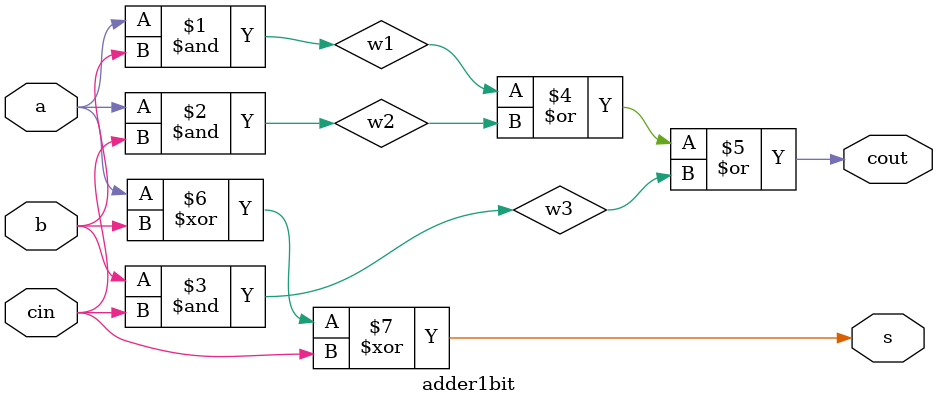
<source format=v>
module adder1bit(a,b,cin,s,cout);
input a,b,cin;
output s,cout;

wire w1, w2, w3;

and( w1, a, b );
and( w2, a, cin );
and( w3, b, cin );
or( cout, w1, w2, w3 );

xor( s, a, b, cin );

endmodule
</source>
